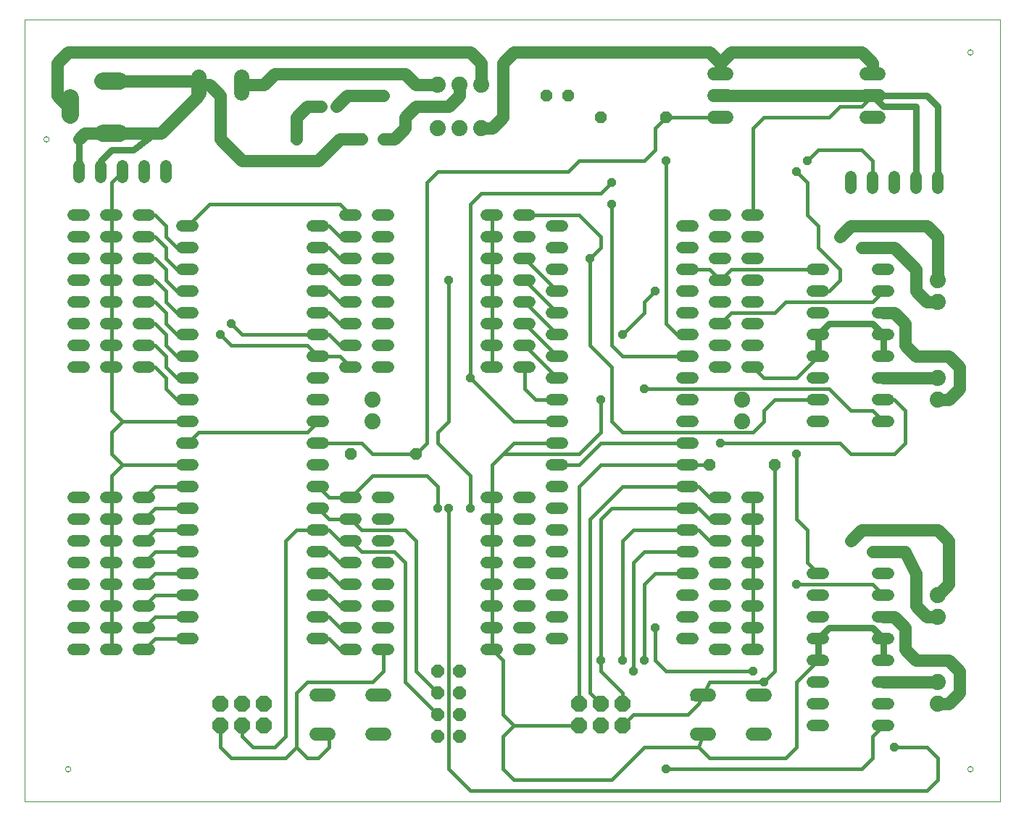
<source format=gtl>
G75*
G70*
%OFA0B0*%
%FSLAX24Y24*%
%IPPOS*%
%LPD*%
%AMOC8*
5,1,8,0,0,1.08239X$1,22.5*
%
%ADD10C,0.0000*%
%ADD11C,0.0520*%
%ADD12C,0.0600*%
%ADD13OC8,0.0740*%
%ADD14OC8,0.0600*%
%ADD15C,0.0740*%
%ADD16C,0.0705*%
%ADD17OC8,0.0480*%
%ADD18C,0.0480*%
%ADD19C,0.0787*%
%ADD20OC8,0.0520*%
%ADD21C,0.0476*%
%ADD22C,0.0550*%
%ADD23C,0.0160*%
%ADD24OC8,0.0396*%
%ADD25C,0.0300*%
D10*
X000106Y000104D02*
X000106Y036100D01*
X044977Y036100D01*
X044977Y000104D01*
X000106Y000104D01*
X001988Y001604D02*
X001990Y001625D01*
X001996Y001645D01*
X002005Y001665D01*
X002017Y001682D01*
X002032Y001696D01*
X002050Y001708D01*
X002070Y001716D01*
X002090Y001721D01*
X002111Y001722D01*
X002132Y001719D01*
X002152Y001713D01*
X002171Y001702D01*
X002188Y001689D01*
X002201Y001673D01*
X002212Y001655D01*
X002220Y001635D01*
X002224Y001615D01*
X002224Y001593D01*
X002220Y001573D01*
X002212Y001553D01*
X002201Y001535D01*
X002188Y001519D01*
X002171Y001506D01*
X002152Y001495D01*
X002132Y001489D01*
X002111Y001486D01*
X002090Y001487D01*
X002070Y001492D01*
X002050Y001500D01*
X002032Y001512D01*
X002017Y001526D01*
X002005Y001543D01*
X001996Y001563D01*
X001990Y001583D01*
X001988Y001604D01*
X000988Y030604D02*
X000990Y030625D01*
X000996Y030645D01*
X001005Y030665D01*
X001017Y030682D01*
X001032Y030696D01*
X001050Y030708D01*
X001070Y030716D01*
X001090Y030721D01*
X001111Y030722D01*
X001132Y030719D01*
X001152Y030713D01*
X001171Y030702D01*
X001188Y030689D01*
X001201Y030673D01*
X001212Y030655D01*
X001220Y030635D01*
X001224Y030615D01*
X001224Y030593D01*
X001220Y030573D01*
X001212Y030553D01*
X001201Y030535D01*
X001188Y030519D01*
X001171Y030506D01*
X001152Y030495D01*
X001132Y030489D01*
X001111Y030486D01*
X001090Y030487D01*
X001070Y030492D01*
X001050Y030500D01*
X001032Y030512D01*
X001017Y030526D01*
X001005Y030543D01*
X000996Y030563D01*
X000990Y030583D01*
X000988Y030604D01*
X043488Y034604D02*
X043490Y034625D01*
X043496Y034645D01*
X043505Y034665D01*
X043517Y034682D01*
X043532Y034696D01*
X043550Y034708D01*
X043570Y034716D01*
X043590Y034721D01*
X043611Y034722D01*
X043632Y034719D01*
X043652Y034713D01*
X043671Y034702D01*
X043688Y034689D01*
X043701Y034673D01*
X043712Y034655D01*
X043720Y034635D01*
X043724Y034615D01*
X043724Y034593D01*
X043720Y034573D01*
X043712Y034553D01*
X043701Y034535D01*
X043688Y034519D01*
X043671Y034506D01*
X043652Y034495D01*
X043632Y034489D01*
X043611Y034486D01*
X043590Y034487D01*
X043570Y034492D01*
X043550Y034500D01*
X043532Y034512D01*
X043517Y034526D01*
X043505Y034543D01*
X043496Y034563D01*
X043490Y034583D01*
X043488Y034604D01*
X043488Y001604D02*
X043490Y001625D01*
X043496Y001645D01*
X043505Y001665D01*
X043517Y001682D01*
X043532Y001696D01*
X043550Y001708D01*
X043570Y001716D01*
X043590Y001721D01*
X043611Y001722D01*
X043632Y001719D01*
X043652Y001713D01*
X043671Y001702D01*
X043688Y001689D01*
X043701Y001673D01*
X043712Y001655D01*
X043720Y001635D01*
X043724Y001615D01*
X043724Y001593D01*
X043720Y001573D01*
X043712Y001553D01*
X043701Y001535D01*
X043688Y001519D01*
X043671Y001506D01*
X043652Y001495D01*
X043632Y001489D01*
X043611Y001486D01*
X043590Y001487D01*
X043570Y001492D01*
X043550Y001500D01*
X043532Y001512D01*
X043517Y001526D01*
X043505Y001543D01*
X043496Y001563D01*
X043490Y001583D01*
X043488Y001604D01*
D11*
X039866Y003604D02*
X039346Y003604D01*
X039346Y004604D02*
X039866Y004604D01*
X039866Y005604D02*
X039346Y005604D01*
X039346Y006604D02*
X039866Y006604D01*
X039866Y007604D02*
X039346Y007604D01*
X039346Y008604D02*
X039866Y008604D01*
X039866Y009604D02*
X039346Y009604D01*
X039346Y010604D02*
X039866Y010604D01*
X036866Y010604D02*
X036346Y010604D01*
X036346Y009604D02*
X036866Y009604D01*
X036866Y008604D02*
X036346Y008604D01*
X036346Y007604D02*
X036866Y007604D01*
X036866Y006604D02*
X036346Y006604D01*
X036346Y005604D02*
X036866Y005604D01*
X036866Y004604D02*
X036346Y004604D01*
X036346Y003604D02*
X036866Y003604D01*
X033866Y007104D02*
X033346Y007104D01*
X032366Y007104D02*
X031846Y007104D01*
X030866Y007604D02*
X030346Y007604D01*
X030346Y008604D02*
X030866Y008604D01*
X031846Y008104D02*
X032366Y008104D01*
X033346Y008104D02*
X033866Y008104D01*
X033866Y009104D02*
X033346Y009104D01*
X032366Y009104D02*
X031846Y009104D01*
X031846Y010104D02*
X032366Y010104D01*
X033346Y010104D02*
X033866Y010104D01*
X033866Y011104D02*
X033346Y011104D01*
X032366Y011104D02*
X031846Y011104D01*
X030866Y010604D02*
X030346Y010604D01*
X030346Y011604D02*
X030866Y011604D01*
X031846Y012104D02*
X032366Y012104D01*
X033346Y012104D02*
X033866Y012104D01*
X033866Y013104D02*
X033346Y013104D01*
X032366Y013104D02*
X031846Y013104D01*
X030866Y012604D02*
X030346Y012604D01*
X030346Y013604D02*
X030866Y013604D01*
X031846Y014104D02*
X032366Y014104D01*
X033346Y014104D02*
X033866Y014104D01*
X030866Y014604D02*
X030346Y014604D01*
X030346Y015604D02*
X030866Y015604D01*
X030866Y016604D02*
X030346Y016604D01*
X030346Y017604D02*
X030866Y017604D01*
X030866Y018604D02*
X030346Y018604D01*
X030346Y019604D02*
X030866Y019604D01*
X031846Y020104D02*
X032366Y020104D01*
X033346Y020104D02*
X033866Y020104D01*
X033866Y021104D02*
X033346Y021104D01*
X032366Y021104D02*
X031846Y021104D01*
X030866Y020604D02*
X030346Y020604D01*
X030346Y021604D02*
X030866Y021604D01*
X031846Y022104D02*
X032366Y022104D01*
X033346Y022104D02*
X033866Y022104D01*
X033866Y023104D02*
X033346Y023104D01*
X032366Y023104D02*
X031846Y023104D01*
X030866Y022604D02*
X030346Y022604D01*
X030346Y023604D02*
X030866Y023604D01*
X031846Y024104D02*
X032366Y024104D01*
X033346Y024104D02*
X033866Y024104D01*
X033866Y025104D02*
X033346Y025104D01*
X032366Y025104D02*
X031846Y025104D01*
X030866Y024604D02*
X030346Y024604D01*
X030346Y025604D02*
X030866Y025604D01*
X031846Y026104D02*
X032366Y026104D01*
X033346Y026104D02*
X033866Y026104D01*
X033866Y027104D02*
X033346Y027104D01*
X032366Y027104D02*
X031846Y027104D01*
X030866Y026604D02*
X030346Y026604D01*
X024866Y026604D02*
X024346Y026604D01*
X024346Y025604D02*
X024866Y025604D01*
X024866Y024604D02*
X024346Y024604D01*
X024346Y023604D02*
X024866Y023604D01*
X024866Y022604D02*
X024346Y022604D01*
X024346Y021604D02*
X024866Y021604D01*
X024866Y020604D02*
X024346Y020604D01*
X024346Y019604D02*
X024866Y019604D01*
X024866Y018604D02*
X024346Y018604D01*
X024346Y017604D02*
X024866Y017604D01*
X024866Y016604D02*
X024346Y016604D01*
X024346Y015604D02*
X024866Y015604D01*
X024866Y014604D02*
X024346Y014604D01*
X024346Y013604D02*
X024866Y013604D01*
X024866Y012604D02*
X024346Y012604D01*
X024346Y011604D02*
X024866Y011604D01*
X024866Y010604D02*
X024346Y010604D01*
X024346Y009604D02*
X024866Y009604D01*
X024866Y008604D02*
X024346Y008604D01*
X024346Y007604D02*
X024866Y007604D01*
X023366Y007104D02*
X022846Y007104D01*
X021866Y007104D02*
X021346Y007104D01*
X021346Y008104D02*
X021866Y008104D01*
X022846Y008104D02*
X023366Y008104D01*
X023366Y009104D02*
X022846Y009104D01*
X021866Y009104D02*
X021346Y009104D01*
X021346Y010104D02*
X021866Y010104D01*
X022846Y010104D02*
X023366Y010104D01*
X023366Y011104D02*
X022846Y011104D01*
X021866Y011104D02*
X021346Y011104D01*
X021346Y012104D02*
X021866Y012104D01*
X022846Y012104D02*
X023366Y012104D01*
X023366Y013104D02*
X022846Y013104D01*
X021866Y013104D02*
X021346Y013104D01*
X021346Y014104D02*
X021866Y014104D01*
X022846Y014104D02*
X023366Y014104D01*
X016866Y014104D02*
X016346Y014104D01*
X015366Y014104D02*
X014846Y014104D01*
X013866Y013604D02*
X013346Y013604D01*
X013346Y012604D02*
X013866Y012604D01*
X014846Y012104D02*
X015366Y012104D01*
X016346Y012104D02*
X016866Y012104D01*
X016866Y013104D02*
X016346Y013104D01*
X015366Y013104D02*
X014846Y013104D01*
X013866Y011604D02*
X013346Y011604D01*
X013346Y010604D02*
X013866Y010604D01*
X014846Y010104D02*
X015366Y010104D01*
X016346Y010104D02*
X016866Y010104D01*
X016866Y009104D02*
X016346Y009104D01*
X015366Y009104D02*
X014846Y009104D01*
X013866Y008604D02*
X013346Y008604D01*
X013346Y007604D02*
X013866Y007604D01*
X014846Y007104D02*
X015366Y007104D01*
X016346Y007104D02*
X016866Y007104D01*
X016866Y008104D02*
X016346Y008104D01*
X015366Y008104D02*
X014846Y008104D01*
X013866Y009604D02*
X013346Y009604D01*
X014846Y011104D02*
X015366Y011104D01*
X016346Y011104D02*
X016866Y011104D01*
X013866Y014604D02*
X013346Y014604D01*
X013346Y015604D02*
X013866Y015604D01*
X013866Y016604D02*
X013346Y016604D01*
X013346Y017604D02*
X013866Y017604D01*
X013866Y018604D02*
X013346Y018604D01*
X013346Y019604D02*
X013866Y019604D01*
X014846Y020104D02*
X015366Y020104D01*
X016346Y020104D02*
X016866Y020104D01*
X016866Y021104D02*
X016346Y021104D01*
X015366Y021104D02*
X014846Y021104D01*
X013866Y020604D02*
X013346Y020604D01*
X013346Y021604D02*
X013866Y021604D01*
X014846Y022104D02*
X015366Y022104D01*
X016346Y022104D02*
X016866Y022104D01*
X016866Y023104D02*
X016346Y023104D01*
X015366Y023104D02*
X014846Y023104D01*
X013866Y022604D02*
X013346Y022604D01*
X013346Y023604D02*
X013866Y023604D01*
X014846Y024104D02*
X015366Y024104D01*
X016346Y024104D02*
X016866Y024104D01*
X016866Y025104D02*
X016346Y025104D01*
X015366Y025104D02*
X014846Y025104D01*
X013866Y024604D02*
X013346Y024604D01*
X013346Y025604D02*
X013866Y025604D01*
X014846Y026104D02*
X015366Y026104D01*
X016346Y026104D02*
X016866Y026104D01*
X016866Y027104D02*
X016346Y027104D01*
X015366Y027104D02*
X014846Y027104D01*
X013866Y026604D02*
X013346Y026604D01*
X007866Y026604D02*
X007346Y026604D01*
X007346Y025604D02*
X007866Y025604D01*
X007866Y024604D02*
X007346Y024604D01*
X007346Y023604D02*
X007866Y023604D01*
X007866Y022604D02*
X007346Y022604D01*
X007346Y021604D02*
X007866Y021604D01*
X007866Y020604D02*
X007346Y020604D01*
X007346Y019604D02*
X007866Y019604D01*
X007866Y018604D02*
X007346Y018604D01*
X007346Y017604D02*
X007866Y017604D01*
X007866Y016604D02*
X007346Y016604D01*
X007346Y015604D02*
X007866Y015604D01*
X007866Y014604D02*
X007346Y014604D01*
X007346Y013604D02*
X007866Y013604D01*
X007866Y012604D02*
X007346Y012604D01*
X007346Y011604D02*
X007866Y011604D01*
X007866Y010604D02*
X007346Y010604D01*
X007346Y009604D02*
X007866Y009604D01*
X007866Y008604D02*
X007346Y008604D01*
X007346Y007604D02*
X007866Y007604D01*
X005866Y007104D02*
X005346Y007104D01*
X004366Y007104D02*
X003846Y007104D01*
X002866Y007104D02*
X002346Y007104D01*
X002346Y008104D02*
X002866Y008104D01*
X003846Y008104D02*
X004366Y008104D01*
X005346Y008104D02*
X005866Y008104D01*
X005866Y009104D02*
X005346Y009104D01*
X004366Y009104D02*
X003846Y009104D01*
X002866Y009104D02*
X002346Y009104D01*
X002346Y010104D02*
X002866Y010104D01*
X003846Y010104D02*
X004366Y010104D01*
X005346Y010104D02*
X005866Y010104D01*
X005866Y011104D02*
X005346Y011104D01*
X004366Y011104D02*
X003846Y011104D01*
X002866Y011104D02*
X002346Y011104D01*
X002346Y012104D02*
X002866Y012104D01*
X003846Y012104D02*
X004366Y012104D01*
X005346Y012104D02*
X005866Y012104D01*
X005866Y013104D02*
X005346Y013104D01*
X004366Y013104D02*
X003846Y013104D01*
X002866Y013104D02*
X002346Y013104D01*
X002346Y014104D02*
X002866Y014104D01*
X003846Y014104D02*
X004366Y014104D01*
X005346Y014104D02*
X005866Y014104D01*
X005866Y020104D02*
X005346Y020104D01*
X004366Y020104D02*
X003846Y020104D01*
X002866Y020104D02*
X002346Y020104D01*
X002346Y021104D02*
X002866Y021104D01*
X003846Y021104D02*
X004366Y021104D01*
X005346Y021104D02*
X005866Y021104D01*
X005866Y022104D02*
X005346Y022104D01*
X004366Y022104D02*
X003846Y022104D01*
X002866Y022104D02*
X002346Y022104D01*
X002346Y023104D02*
X002866Y023104D01*
X003846Y023104D02*
X004366Y023104D01*
X005346Y023104D02*
X005866Y023104D01*
X005866Y024104D02*
X005346Y024104D01*
X004366Y024104D02*
X003846Y024104D01*
X002866Y024104D02*
X002346Y024104D01*
X002346Y025104D02*
X002866Y025104D01*
X003846Y025104D02*
X004366Y025104D01*
X005346Y025104D02*
X005866Y025104D01*
X005866Y026104D02*
X005346Y026104D01*
X004366Y026104D02*
X003846Y026104D01*
X002866Y026104D02*
X002346Y026104D01*
X002346Y027104D02*
X002866Y027104D01*
X003846Y027104D02*
X004366Y027104D01*
X005346Y027104D02*
X005866Y027104D01*
X005606Y028844D02*
X005606Y029364D01*
X004606Y029364D02*
X004606Y028844D01*
X003606Y028844D02*
X003606Y029364D01*
X002606Y029364D02*
X002606Y028844D01*
X006606Y028844D02*
X006606Y029364D01*
X021346Y027104D02*
X021866Y027104D01*
X022846Y027104D02*
X023366Y027104D01*
X023366Y026104D02*
X022846Y026104D01*
X021866Y026104D02*
X021346Y026104D01*
X021346Y025104D02*
X021866Y025104D01*
X022846Y025104D02*
X023366Y025104D01*
X023366Y024104D02*
X022846Y024104D01*
X021866Y024104D02*
X021346Y024104D01*
X021346Y023104D02*
X021866Y023104D01*
X022846Y023104D02*
X023366Y023104D01*
X023366Y022104D02*
X022846Y022104D01*
X021866Y022104D02*
X021346Y022104D01*
X021346Y021104D02*
X021866Y021104D01*
X022846Y021104D02*
X023366Y021104D01*
X023366Y020104D02*
X022846Y020104D01*
X021866Y020104D02*
X021346Y020104D01*
X030346Y009604D02*
X030866Y009604D01*
X036346Y017604D02*
X036866Y017604D01*
X036866Y018604D02*
X036346Y018604D01*
X036346Y019604D02*
X036866Y019604D01*
X036866Y020604D02*
X036346Y020604D01*
X036346Y021604D02*
X036866Y021604D01*
X036866Y022604D02*
X036346Y022604D01*
X036346Y023604D02*
X036866Y023604D01*
X036866Y024604D02*
X036346Y024604D01*
X039346Y024604D02*
X039866Y024604D01*
X039866Y023604D02*
X039346Y023604D01*
X039346Y022604D02*
X039866Y022604D01*
X039866Y021604D02*
X039346Y021604D01*
X039346Y020604D02*
X039866Y020604D01*
X039866Y019604D02*
X039346Y019604D01*
X039346Y018604D02*
X039866Y018604D01*
X039866Y017604D02*
X039346Y017604D01*
X039106Y028344D02*
X039106Y028864D01*
X038106Y028864D02*
X038106Y028344D01*
X040106Y028344D02*
X040106Y028864D01*
X041106Y028864D02*
X041106Y028344D01*
X042106Y028344D02*
X042106Y028864D01*
D12*
X039406Y031604D02*
X038806Y031604D01*
X038806Y032604D02*
X039406Y032604D01*
X039406Y033604D02*
X038806Y033604D01*
X032406Y033604D02*
X031806Y033604D01*
X031806Y032604D02*
X032406Y032604D01*
X032406Y031604D02*
X031806Y031604D01*
X031626Y004994D02*
X031026Y004994D01*
X031026Y003214D02*
X031626Y003214D01*
X033586Y003214D02*
X034186Y003214D01*
X034186Y004994D02*
X033586Y004994D01*
X016686Y004994D02*
X016086Y004994D01*
X014126Y004994D02*
X013526Y004994D01*
X013526Y003214D02*
X014126Y003214D01*
X016086Y003214D02*
X016686Y003214D01*
D13*
X011106Y003604D03*
X010106Y003604D03*
X009106Y003604D03*
X009106Y004604D03*
X010106Y004604D03*
X011106Y004604D03*
X025606Y004604D03*
X025606Y003604D03*
X026606Y003604D03*
X027606Y003604D03*
X027606Y004604D03*
X026606Y004604D03*
D14*
X020106Y004104D03*
X019106Y004104D03*
X019106Y003104D03*
X020106Y003104D03*
X020106Y005104D03*
X019106Y005104D03*
X019106Y006104D03*
X020106Y006104D03*
D15*
X016106Y017604D03*
X016106Y018604D03*
X019106Y031104D03*
X020106Y031104D03*
X021106Y031104D03*
X021106Y033104D03*
X020106Y033104D03*
X019106Y033104D03*
X033106Y018604D03*
X033106Y017604D03*
X042106Y018604D03*
X042106Y019604D03*
X042106Y023104D03*
X042106Y024104D03*
X042106Y009604D03*
X042106Y008604D03*
X042106Y005604D03*
X042106Y004604D03*
D16*
X010091Y032752D02*
X010091Y033457D01*
X008122Y033457D02*
X008122Y032752D01*
D17*
X014456Y032104D03*
D18*
X013756Y032104D03*
D19*
X004500Y033285D02*
X003713Y033285D01*
X002217Y032498D02*
X002217Y031711D01*
X003713Y030884D02*
X004500Y030884D01*
D20*
X012606Y030604D03*
X015606Y030604D03*
X024106Y032604D03*
X025106Y032604D03*
X026606Y031604D03*
X029606Y031604D03*
X018106Y016104D03*
X015106Y016104D03*
X031606Y015604D03*
X034606Y015604D03*
D21*
X016606Y030604D03*
X016606Y032604D03*
D22*
X014956Y032604D01*
X014456Y032104D01*
X013756Y032104D02*
X013106Y032104D01*
X012606Y031604D01*
X012606Y030604D01*
X013606Y029604D02*
X010106Y029604D01*
X009106Y030604D01*
X009106Y032604D01*
X008606Y033104D01*
X008122Y033104D01*
X008106Y033089D01*
X008106Y032604D01*
X006386Y030884D01*
X006106Y030884D01*
X004106Y030884D01*
X002886Y030884D01*
X002606Y030604D01*
X002217Y032104D02*
X002106Y032104D01*
X001606Y032604D01*
X001606Y034104D01*
X002106Y034604D01*
X020606Y034604D01*
X021106Y034104D01*
X021106Y033104D01*
X020106Y033104D02*
X020106Y032604D01*
X019606Y032104D01*
X018106Y032104D01*
X017606Y031604D01*
X017606Y031104D01*
X017106Y030604D01*
X016606Y030604D01*
X015606Y030604D02*
X014606Y030604D01*
X013606Y029604D01*
X011106Y033104D02*
X010091Y033104D01*
X011106Y033104D02*
X011606Y033604D01*
X017606Y033604D01*
X018106Y033104D01*
X019106Y033104D01*
X021106Y031104D02*
X021606Y031104D01*
X022106Y031604D01*
X022106Y034104D01*
X022606Y034604D01*
X031606Y034604D01*
X032106Y034104D01*
X032606Y034604D01*
X038606Y034604D01*
X039106Y034104D01*
X039106Y033604D01*
X039106Y032604D02*
X032106Y032604D01*
X032106Y033604D02*
X032106Y034104D01*
X038106Y026604D02*
X037606Y026104D01*
X038106Y026604D02*
X041606Y026604D01*
X042106Y026104D01*
X042106Y024104D01*
X041106Y024604D02*
X041106Y023604D01*
X041606Y023104D01*
X042106Y023104D01*
X040606Y022104D02*
X040606Y021104D01*
X041106Y020604D01*
X042606Y020604D01*
X043106Y020104D01*
X043106Y019104D01*
X042606Y018604D01*
X042106Y018604D01*
X042106Y019604D02*
X039606Y019604D01*
X040606Y022104D02*
X040106Y022604D01*
X039606Y022604D01*
X041106Y024604D02*
X040106Y025604D01*
X038606Y025604D01*
X038606Y012604D02*
X042106Y012604D01*
X042606Y012104D01*
X042606Y010104D01*
X042106Y009604D01*
X041106Y009104D02*
X041606Y008604D01*
X042106Y008604D01*
X041106Y009104D02*
X041106Y010604D01*
X040606Y011604D01*
X039106Y011604D01*
X038106Y012104D02*
X038606Y012604D01*
X039606Y008604D02*
X040106Y008604D01*
X040606Y008104D01*
X040606Y007104D01*
X041106Y006604D01*
X042606Y006604D01*
X043106Y006104D01*
X043106Y005104D01*
X042606Y004604D01*
X042106Y004604D01*
X042106Y005604D02*
X039606Y005604D01*
X008122Y033104D02*
X007941Y033285D01*
X004106Y033285D01*
D23*
X004606Y029104D02*
X004106Y028604D01*
X004106Y027104D01*
X004106Y026104D01*
X004106Y025104D01*
X004106Y024104D01*
X004106Y023104D01*
X004106Y022104D01*
X004106Y021104D01*
X004106Y020104D01*
X004106Y018104D01*
X004606Y017604D01*
X004106Y017104D01*
X004106Y016104D01*
X004606Y015604D01*
X007606Y015604D01*
X007606Y014604D02*
X006106Y014604D01*
X005606Y014104D01*
X006106Y013604D02*
X007606Y013604D01*
X007606Y012604D02*
X006106Y012604D01*
X005606Y012104D01*
X006106Y011604D02*
X007606Y011604D01*
X007606Y010604D02*
X006106Y010604D01*
X005606Y010104D01*
X006106Y009604D02*
X007606Y009604D01*
X007606Y008604D02*
X006106Y008604D01*
X005606Y008104D01*
X006106Y007604D02*
X007606Y007604D01*
X006106Y007604D02*
X005606Y007104D01*
X004106Y007104D02*
X004106Y008104D01*
X004106Y009104D01*
X004106Y010104D01*
X004106Y011104D01*
X004106Y012104D01*
X004106Y013104D01*
X004106Y014104D01*
X004106Y015104D01*
X004606Y015604D01*
X006106Y013604D02*
X005606Y013104D01*
X006106Y011604D02*
X005606Y011104D01*
X006106Y009604D02*
X005606Y009104D01*
X012106Y012104D02*
X012106Y003104D01*
X011606Y002604D01*
X010606Y002604D01*
X010106Y003104D01*
X010106Y003604D01*
X009106Y003604D02*
X009106Y002604D01*
X009606Y002104D01*
X012106Y002104D01*
X012606Y002604D01*
X013106Y002104D01*
X013606Y002104D01*
X014106Y002604D01*
X014106Y003104D01*
X013826Y003214D01*
X012606Y002604D02*
X012606Y005104D01*
X013106Y005604D01*
X016106Y005604D01*
X016606Y006104D01*
X016606Y007104D01*
X015106Y007104D02*
X014606Y007104D01*
X014106Y007604D01*
X013606Y007604D01*
X014106Y008604D02*
X014606Y008104D01*
X015106Y008104D01*
X014106Y008604D02*
X013606Y008604D01*
X014106Y009604D02*
X014606Y009104D01*
X015106Y009104D01*
X015106Y010104D02*
X014606Y010104D01*
X014106Y010604D01*
X013606Y010604D01*
X013606Y011604D02*
X014106Y011604D01*
X014606Y011104D01*
X015106Y011104D01*
X015606Y011604D02*
X017106Y011604D01*
X017606Y011104D01*
X017606Y005604D01*
X019106Y004104D01*
X019106Y005104D02*
X018106Y006104D01*
X018106Y012104D01*
X017606Y012604D01*
X015606Y012604D01*
X015106Y013104D01*
X014106Y013104D01*
X013606Y013604D01*
X014106Y014104D02*
X015106Y014104D01*
X016106Y015104D01*
X018606Y015104D01*
X019106Y014604D01*
X019106Y013604D01*
X019606Y013604D02*
X019606Y001604D01*
X020606Y000604D01*
X041606Y000604D01*
X042106Y001104D01*
X042106Y002104D01*
X041606Y002604D01*
X040106Y002604D01*
X039106Y002104D02*
X039106Y003104D01*
X039606Y003604D01*
X039106Y002104D02*
X038606Y001604D01*
X029606Y001604D01*
X028606Y002604D02*
X027106Y001104D01*
X022606Y001104D01*
X022106Y001604D01*
X022106Y003104D01*
X022606Y003604D01*
X025606Y003604D01*
X025606Y004604D02*
X025606Y014604D01*
X026606Y015604D01*
X030606Y015604D01*
X031606Y015604D01*
X031106Y014604D02*
X031606Y014104D01*
X032106Y014104D01*
X031106Y013604D02*
X031606Y013104D01*
X032106Y013104D01*
X032106Y012104D02*
X031606Y012104D01*
X031106Y012604D01*
X030606Y012604D01*
X028106Y012604D01*
X027606Y012104D01*
X027606Y006604D01*
X028106Y006104D02*
X028106Y011104D01*
X028606Y011604D01*
X030606Y011604D01*
X030606Y010604D02*
X029106Y010604D01*
X028606Y010104D01*
X028606Y006604D01*
X029106Y006604D02*
X029106Y008104D01*
X029106Y006604D02*
X029606Y006104D01*
X033606Y006104D01*
X034106Y005604D02*
X034606Y006104D01*
X034606Y015604D01*
X035606Y016104D02*
X035606Y013104D01*
X036106Y012604D01*
X036106Y011104D01*
X036606Y010604D01*
X035606Y010104D02*
X039106Y010104D01*
X039606Y009604D01*
X036606Y006604D02*
X035606Y005604D01*
X035606Y002604D01*
X035106Y002104D01*
X031606Y002104D01*
X031106Y002604D01*
X028606Y002604D01*
X027606Y003604D02*
X028106Y004104D01*
X030606Y004104D01*
X031106Y004604D01*
X031326Y004994D01*
X031606Y005604D01*
X034106Y005604D01*
X033606Y007104D02*
X033606Y008104D01*
X033606Y009104D01*
X033606Y010104D01*
X033606Y011104D01*
X033606Y012104D01*
X033606Y013104D01*
X033606Y014104D01*
X031106Y013604D02*
X030606Y013604D01*
X027106Y013604D01*
X026606Y013104D01*
X026606Y006604D01*
X026606Y006104D01*
X027606Y005104D01*
X027606Y004604D01*
X026606Y004604D02*
X026106Y005104D01*
X026106Y013104D01*
X027606Y014604D01*
X030606Y014604D01*
X031106Y014604D01*
X030606Y016604D02*
X026606Y016604D01*
X025606Y015604D01*
X024606Y015604D01*
X025606Y016104D02*
X022106Y016104D01*
X022606Y016604D01*
X024606Y016604D01*
X025606Y016104D02*
X026606Y017104D01*
X026606Y018604D01*
X027106Y017604D02*
X027106Y020104D01*
X026106Y021104D01*
X026106Y025104D01*
X026606Y025604D01*
X026606Y026104D01*
X025606Y027104D01*
X023106Y027104D01*
X021606Y027104D02*
X021606Y025104D01*
X021606Y024104D01*
X021606Y023104D01*
X021606Y022104D01*
X021606Y021104D01*
X021606Y020104D01*
X020606Y019604D02*
X022606Y017604D01*
X024606Y017604D01*
X024606Y018604D02*
X023606Y018604D01*
X023106Y019104D01*
X023106Y020104D01*
X023106Y021104D02*
X024606Y019604D01*
X024606Y020604D02*
X023106Y022104D01*
X023106Y023104D02*
X024606Y021604D01*
X024606Y022604D02*
X023106Y024104D01*
X023106Y025104D02*
X024606Y023604D01*
X027106Y021104D02*
X027606Y020604D01*
X030606Y020604D01*
X030606Y021604D02*
X030106Y021604D01*
X029606Y022104D01*
X029606Y029604D01*
X029106Y030104D02*
X028606Y029604D01*
X025606Y029604D01*
X025106Y029104D01*
X019106Y029104D01*
X018606Y028604D01*
X018606Y016604D01*
X018106Y016104D01*
X016106Y016104D01*
X015606Y016604D01*
X013606Y016604D01*
X013106Y017104D02*
X013606Y017604D01*
X013106Y017104D02*
X008106Y017104D01*
X007606Y016604D01*
X007606Y017604D02*
X004606Y017604D01*
X006606Y019104D02*
X007106Y018604D01*
X007606Y018604D01*
X007606Y019604D02*
X007106Y019604D01*
X006606Y020104D01*
X006606Y020604D01*
X006106Y021104D01*
X005606Y021104D01*
X005606Y020104D02*
X006106Y020104D01*
X006606Y019604D01*
X006606Y019104D01*
X007106Y020604D02*
X007606Y020604D01*
X007106Y020604D02*
X006606Y021104D01*
X006606Y021604D01*
X006106Y022104D01*
X005606Y022104D01*
X006606Y022104D02*
X006606Y022604D01*
X006106Y023104D01*
X005606Y023104D01*
X006606Y023104D02*
X007106Y022604D01*
X007606Y022604D01*
X007606Y023604D02*
X007106Y023604D01*
X006606Y024104D01*
X006606Y024604D01*
X006106Y025104D01*
X005606Y025104D01*
X005606Y024104D02*
X006106Y024104D01*
X006606Y023604D01*
X006606Y023104D01*
X006606Y022104D02*
X007106Y021604D01*
X007606Y021604D01*
X009106Y021604D02*
X009606Y021104D01*
X013106Y021104D01*
X013606Y020604D01*
X014606Y020604D01*
X015106Y020104D01*
X015106Y021104D02*
X014606Y021104D01*
X014106Y021604D01*
X013606Y021604D01*
X010106Y021604D01*
X009606Y022104D01*
X007606Y024604D02*
X007106Y024604D01*
X006606Y025104D01*
X006606Y025604D01*
X006106Y026104D01*
X005606Y026104D01*
X006606Y026104D02*
X006606Y026604D01*
X006106Y027104D01*
X005606Y027104D01*
X006606Y026104D02*
X007106Y025604D01*
X007606Y025604D01*
X007606Y026604D02*
X008606Y027604D01*
X014606Y027604D01*
X015106Y027104D01*
X014106Y026604D02*
X014606Y026104D01*
X015106Y026104D01*
X014106Y025604D02*
X014606Y025104D01*
X015106Y025104D01*
X015106Y024104D02*
X014606Y024104D01*
X014106Y024604D01*
X013606Y024604D01*
X013606Y023604D02*
X014106Y023604D01*
X014606Y023104D01*
X015106Y023104D01*
X014106Y022604D02*
X014606Y022104D01*
X015106Y022104D01*
X014106Y022604D02*
X013606Y022604D01*
X013606Y025604D02*
X014106Y025604D01*
X014106Y026604D02*
X013606Y026604D01*
X019606Y024104D02*
X019606Y017604D01*
X019106Y017104D01*
X019106Y016604D01*
X020606Y015104D01*
X020606Y013604D01*
X021606Y013104D02*
X021606Y014104D01*
X021606Y015604D01*
X022106Y016104D01*
X021606Y013104D02*
X021606Y012104D01*
X021606Y011104D01*
X021606Y010104D01*
X021606Y009104D01*
X021606Y008104D01*
X021606Y007104D01*
X022106Y006604D01*
X022106Y004104D01*
X022606Y003604D01*
X030826Y004824D02*
X031326Y004994D01*
X031326Y003214D02*
X031106Y002604D01*
X015606Y011604D02*
X015106Y012104D01*
X014606Y012104D01*
X014106Y012604D01*
X013606Y012604D01*
X012606Y012604D01*
X012106Y012104D01*
X014106Y014104D02*
X013606Y014604D01*
X013606Y009604D02*
X014106Y009604D01*
X020606Y019604D02*
X020606Y027604D01*
X021106Y028104D01*
X026606Y028104D01*
X027106Y028604D01*
X027106Y027604D02*
X027106Y021104D01*
X027606Y021604D02*
X028606Y022604D01*
X028606Y023104D01*
X029106Y023604D01*
X030606Y024604D02*
X031606Y024604D01*
X032106Y024104D01*
X032606Y024604D01*
X036606Y024604D01*
X036606Y025604D02*
X037606Y024604D01*
X037606Y024104D01*
X037106Y023604D01*
X036606Y023604D01*
X035106Y023104D02*
X034606Y022604D01*
X032606Y022604D01*
X032106Y022104D01*
X033606Y020104D02*
X034106Y019604D01*
X035606Y019604D01*
X036606Y020604D01*
X037106Y019104D02*
X028606Y019104D01*
X027106Y017604D02*
X027606Y017104D01*
X033606Y017104D01*
X034106Y017604D01*
X034106Y018104D01*
X034606Y018604D01*
X036606Y018604D01*
X037106Y019104D02*
X038106Y018104D01*
X039106Y018104D01*
X039606Y017604D01*
X039606Y018604D02*
X040106Y018604D01*
X040606Y018104D01*
X040606Y016604D01*
X040106Y016104D01*
X038106Y016104D01*
X037606Y016604D01*
X032106Y016604D01*
X035106Y023104D02*
X039106Y023104D01*
X039606Y023604D01*
X036606Y025604D02*
X036606Y026604D01*
X036106Y027104D01*
X036106Y028604D01*
X035606Y029104D01*
X036106Y029604D02*
X036606Y030104D01*
X038606Y030104D01*
X039106Y029604D01*
X039106Y028604D01*
X037106Y031604D02*
X037606Y032104D01*
X038606Y032104D01*
X039106Y032604D01*
X037106Y031604D02*
X034106Y031604D01*
X033606Y031104D01*
X033606Y027104D01*
X029106Y030104D02*
X029106Y031104D01*
X029606Y031604D01*
X032106Y031604D01*
D24*
X029606Y029604D03*
X027106Y028604D03*
X027106Y027604D03*
X026106Y025104D03*
X029106Y023604D03*
X027606Y021604D03*
X028606Y019104D03*
X026606Y018604D03*
X032106Y016604D03*
X035606Y016104D03*
X038106Y012104D03*
X039106Y011604D03*
X035606Y010104D03*
X033606Y006104D03*
X034106Y005604D03*
X029106Y008104D03*
X028606Y006604D03*
X028106Y006104D03*
X027606Y006604D03*
X026606Y006604D03*
X029606Y001604D03*
X040106Y002604D03*
X020606Y013604D03*
X019606Y013604D03*
X019106Y013604D03*
X020606Y019604D03*
X019606Y024104D03*
X009606Y022104D03*
X009106Y021604D03*
X035606Y029104D03*
X036106Y029604D03*
X037606Y026104D03*
X038606Y025604D03*
D25*
X041106Y028604D02*
X041106Y032104D01*
X039606Y032104D01*
X039106Y032604D01*
X041606Y032604D01*
X042106Y032104D01*
X042106Y028604D01*
X039106Y022104D02*
X037106Y022104D01*
X036606Y021604D01*
X036606Y020604D01*
X039106Y022104D02*
X039606Y021604D01*
X039606Y020604D01*
X039106Y008104D02*
X037106Y008104D01*
X036606Y007604D01*
X036606Y006604D01*
X039106Y008104D02*
X039606Y007604D01*
X039606Y006604D01*
X006106Y030884D02*
X005106Y030104D01*
X004106Y030104D01*
X003606Y029604D01*
X003606Y029104D01*
X002606Y029104D02*
X002606Y030604D01*
M02*

</source>
